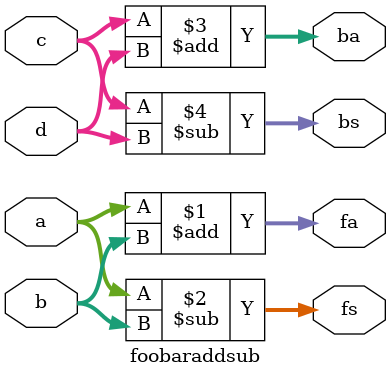
<source format=v>
module foobaraddsub(a, b, c, d, fa, fs, ba, bs);
  input [7:0] a, b, c, d;
  output [7:0] fa, fs, ba, bs;
  assign fa = a + (* foo *) b;
  assign fs = a - (* foo *) b;
  assign ba = c + (* bar *) d;
  assign bs = c - (* bar *) d;
endmodule

</source>
